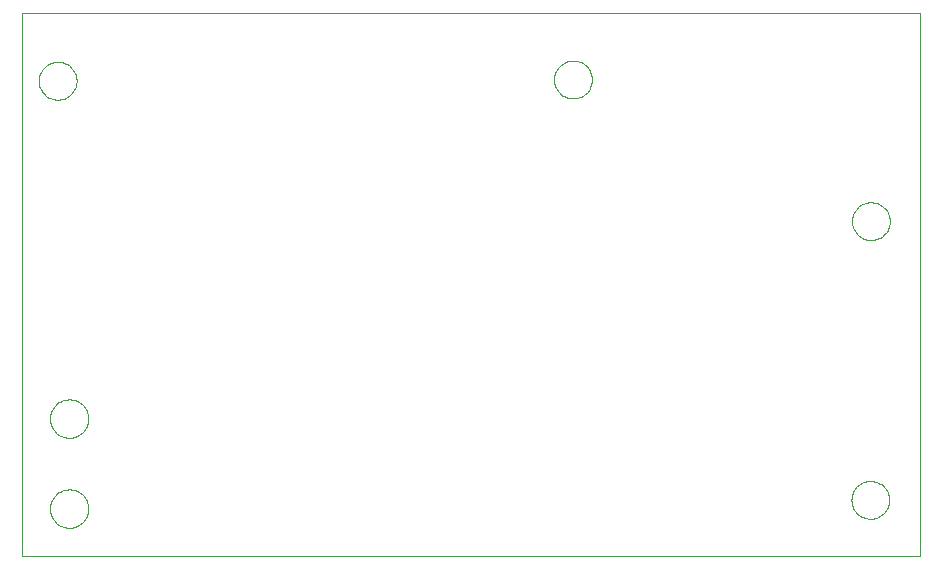
<source format=gbr>
G75*
G70*
%OFA0B0*%
%FSLAX24Y24*%
%IPPOS*%
%LPD*%
%AMOC8*
5,1,8,0,0,1.08239X$1,22.5*
%
%ADD10C,0.0000*%
D10*
X002398Y001017D02*
X002398Y019128D01*
X032319Y019128D01*
X032319Y001017D01*
X002398Y001017D01*
X003312Y002611D02*
X003315Y002669D01*
X003323Y002727D01*
X003336Y002784D01*
X003354Y002839D01*
X003377Y002892D01*
X003405Y002944D01*
X003438Y002992D01*
X003474Y003037D01*
X003515Y003079D01*
X003560Y003117D01*
X003607Y003150D01*
X003658Y003179D01*
X003710Y003204D01*
X003765Y003223D01*
X003822Y003238D01*
X003879Y003247D01*
X003937Y003251D01*
X003996Y003250D01*
X004054Y003243D01*
X004111Y003231D01*
X004166Y003214D01*
X004220Y003192D01*
X004272Y003165D01*
X004321Y003134D01*
X004367Y003098D01*
X004410Y003058D01*
X004448Y003015D01*
X004483Y002968D01*
X004513Y002918D01*
X004539Y002866D01*
X004560Y002812D01*
X004575Y002755D01*
X004586Y002698D01*
X004591Y002640D01*
X004591Y002582D01*
X004586Y002524D01*
X004575Y002467D01*
X004560Y002410D01*
X004539Y002356D01*
X004513Y002304D01*
X004483Y002254D01*
X004448Y002207D01*
X004410Y002164D01*
X004367Y002124D01*
X004321Y002088D01*
X004272Y002057D01*
X004220Y002030D01*
X004166Y002008D01*
X004111Y001991D01*
X004054Y001979D01*
X003996Y001972D01*
X003937Y001971D01*
X003879Y001975D01*
X003822Y001984D01*
X003765Y001999D01*
X003710Y002018D01*
X003658Y002043D01*
X003607Y002072D01*
X003560Y002105D01*
X003515Y002143D01*
X003474Y002185D01*
X003438Y002230D01*
X003405Y002278D01*
X003377Y002330D01*
X003354Y002383D01*
X003336Y002438D01*
X003323Y002495D01*
X003315Y002553D01*
X003312Y002611D01*
X003312Y005611D02*
X003315Y005669D01*
X003323Y005727D01*
X003336Y005784D01*
X003354Y005839D01*
X003377Y005892D01*
X003405Y005944D01*
X003438Y005992D01*
X003474Y006037D01*
X003515Y006079D01*
X003560Y006117D01*
X003607Y006150D01*
X003658Y006179D01*
X003710Y006204D01*
X003765Y006223D01*
X003822Y006238D01*
X003879Y006247D01*
X003937Y006251D01*
X003996Y006250D01*
X004054Y006243D01*
X004111Y006231D01*
X004166Y006214D01*
X004220Y006192D01*
X004272Y006165D01*
X004321Y006134D01*
X004367Y006098D01*
X004410Y006058D01*
X004448Y006015D01*
X004483Y005968D01*
X004513Y005918D01*
X004539Y005866D01*
X004560Y005812D01*
X004575Y005755D01*
X004586Y005698D01*
X004591Y005640D01*
X004591Y005582D01*
X004586Y005524D01*
X004575Y005467D01*
X004560Y005410D01*
X004539Y005356D01*
X004513Y005304D01*
X004483Y005254D01*
X004448Y005207D01*
X004410Y005164D01*
X004367Y005124D01*
X004321Y005088D01*
X004272Y005057D01*
X004220Y005030D01*
X004166Y005008D01*
X004111Y004991D01*
X004054Y004979D01*
X003996Y004972D01*
X003937Y004971D01*
X003879Y004975D01*
X003822Y004984D01*
X003765Y004999D01*
X003710Y005018D01*
X003658Y005043D01*
X003607Y005072D01*
X003560Y005105D01*
X003515Y005143D01*
X003474Y005185D01*
X003438Y005230D01*
X003405Y005278D01*
X003377Y005330D01*
X003354Y005383D01*
X003336Y005438D01*
X003323Y005495D01*
X003315Y005553D01*
X003312Y005611D01*
X002942Y016871D02*
X002945Y016928D01*
X002952Y016985D01*
X002965Y017041D01*
X002983Y017095D01*
X003006Y017148D01*
X003034Y017198D01*
X003066Y017246D01*
X003102Y017290D01*
X003142Y017331D01*
X003186Y017369D01*
X003232Y017402D01*
X003282Y017430D01*
X003334Y017454D01*
X003388Y017474D01*
X003444Y017488D01*
X003500Y017497D01*
X003558Y017501D01*
X003615Y017500D01*
X003672Y017493D01*
X003728Y017481D01*
X003783Y017465D01*
X003836Y017443D01*
X003887Y017417D01*
X003935Y017386D01*
X003981Y017351D01*
X004023Y017311D01*
X004061Y017269D01*
X004095Y017222D01*
X004125Y017173D01*
X004150Y017122D01*
X004170Y017068D01*
X004186Y017013D01*
X004196Y016957D01*
X004201Y016900D01*
X004201Y016842D01*
X004196Y016785D01*
X004186Y016729D01*
X004170Y016674D01*
X004150Y016620D01*
X004125Y016569D01*
X004095Y016520D01*
X004061Y016473D01*
X004023Y016431D01*
X003981Y016391D01*
X003935Y016356D01*
X003887Y016325D01*
X003836Y016299D01*
X003783Y016277D01*
X003728Y016261D01*
X003672Y016249D01*
X003615Y016242D01*
X003558Y016241D01*
X003500Y016245D01*
X003444Y016254D01*
X003388Y016268D01*
X003334Y016288D01*
X003282Y016312D01*
X003232Y016340D01*
X003186Y016373D01*
X003142Y016411D01*
X003102Y016452D01*
X003066Y016496D01*
X003034Y016544D01*
X003006Y016594D01*
X002983Y016647D01*
X002965Y016701D01*
X002952Y016757D01*
X002945Y016814D01*
X002942Y016871D01*
X020122Y016911D02*
X020125Y016968D01*
X020132Y017025D01*
X020145Y017081D01*
X020163Y017135D01*
X020186Y017188D01*
X020214Y017238D01*
X020246Y017286D01*
X020282Y017330D01*
X020322Y017371D01*
X020366Y017409D01*
X020412Y017442D01*
X020462Y017470D01*
X020514Y017494D01*
X020568Y017514D01*
X020624Y017528D01*
X020680Y017537D01*
X020738Y017541D01*
X020795Y017540D01*
X020852Y017533D01*
X020908Y017521D01*
X020963Y017505D01*
X021016Y017483D01*
X021067Y017457D01*
X021115Y017426D01*
X021161Y017391D01*
X021203Y017351D01*
X021241Y017309D01*
X021275Y017262D01*
X021305Y017213D01*
X021330Y017162D01*
X021350Y017108D01*
X021366Y017053D01*
X021376Y016997D01*
X021381Y016940D01*
X021381Y016882D01*
X021376Y016825D01*
X021366Y016769D01*
X021350Y016714D01*
X021330Y016660D01*
X021305Y016609D01*
X021275Y016560D01*
X021241Y016513D01*
X021203Y016471D01*
X021161Y016431D01*
X021115Y016396D01*
X021067Y016365D01*
X021016Y016339D01*
X020963Y016317D01*
X020908Y016301D01*
X020852Y016289D01*
X020795Y016282D01*
X020738Y016281D01*
X020680Y016285D01*
X020624Y016294D01*
X020568Y016308D01*
X020514Y016328D01*
X020462Y016352D01*
X020412Y016380D01*
X020366Y016413D01*
X020322Y016451D01*
X020282Y016492D01*
X020246Y016536D01*
X020214Y016584D01*
X020186Y016634D01*
X020163Y016687D01*
X020145Y016741D01*
X020132Y016797D01*
X020125Y016854D01*
X020122Y016911D01*
X030052Y012191D02*
X030055Y012248D01*
X030062Y012305D01*
X030075Y012361D01*
X030093Y012415D01*
X030116Y012468D01*
X030144Y012518D01*
X030176Y012566D01*
X030212Y012610D01*
X030252Y012651D01*
X030296Y012689D01*
X030342Y012722D01*
X030392Y012750D01*
X030444Y012774D01*
X030498Y012794D01*
X030554Y012808D01*
X030610Y012817D01*
X030668Y012821D01*
X030725Y012820D01*
X030782Y012813D01*
X030838Y012801D01*
X030893Y012785D01*
X030946Y012763D01*
X030997Y012737D01*
X031045Y012706D01*
X031091Y012671D01*
X031133Y012631D01*
X031171Y012589D01*
X031205Y012542D01*
X031235Y012493D01*
X031260Y012442D01*
X031280Y012388D01*
X031296Y012333D01*
X031306Y012277D01*
X031311Y012220D01*
X031311Y012162D01*
X031306Y012105D01*
X031296Y012049D01*
X031280Y011994D01*
X031260Y011940D01*
X031235Y011889D01*
X031205Y011840D01*
X031171Y011793D01*
X031133Y011751D01*
X031091Y011711D01*
X031045Y011676D01*
X030997Y011645D01*
X030946Y011619D01*
X030893Y011597D01*
X030838Y011581D01*
X030782Y011569D01*
X030725Y011562D01*
X030668Y011561D01*
X030610Y011565D01*
X030554Y011574D01*
X030498Y011588D01*
X030444Y011608D01*
X030392Y011632D01*
X030342Y011660D01*
X030296Y011693D01*
X030252Y011731D01*
X030212Y011772D01*
X030176Y011816D01*
X030144Y011864D01*
X030116Y011914D01*
X030093Y011967D01*
X030075Y012021D01*
X030062Y012077D01*
X030055Y012134D01*
X030052Y012191D01*
X030032Y002901D02*
X030035Y002958D01*
X030042Y003015D01*
X030055Y003071D01*
X030073Y003125D01*
X030096Y003178D01*
X030124Y003228D01*
X030156Y003276D01*
X030192Y003320D01*
X030232Y003361D01*
X030276Y003399D01*
X030322Y003432D01*
X030372Y003460D01*
X030424Y003484D01*
X030478Y003504D01*
X030534Y003518D01*
X030590Y003527D01*
X030648Y003531D01*
X030705Y003530D01*
X030762Y003523D01*
X030818Y003511D01*
X030873Y003495D01*
X030926Y003473D01*
X030977Y003447D01*
X031025Y003416D01*
X031071Y003381D01*
X031113Y003341D01*
X031151Y003299D01*
X031185Y003252D01*
X031215Y003203D01*
X031240Y003152D01*
X031260Y003098D01*
X031276Y003043D01*
X031286Y002987D01*
X031291Y002930D01*
X031291Y002872D01*
X031286Y002815D01*
X031276Y002759D01*
X031260Y002704D01*
X031240Y002650D01*
X031215Y002599D01*
X031185Y002550D01*
X031151Y002503D01*
X031113Y002461D01*
X031071Y002421D01*
X031025Y002386D01*
X030977Y002355D01*
X030926Y002329D01*
X030873Y002307D01*
X030818Y002291D01*
X030762Y002279D01*
X030705Y002272D01*
X030648Y002271D01*
X030590Y002275D01*
X030534Y002284D01*
X030478Y002298D01*
X030424Y002318D01*
X030372Y002342D01*
X030322Y002370D01*
X030276Y002403D01*
X030232Y002441D01*
X030192Y002482D01*
X030156Y002526D01*
X030124Y002574D01*
X030096Y002624D01*
X030073Y002677D01*
X030055Y002731D01*
X030042Y002787D01*
X030035Y002844D01*
X030032Y002901D01*
M02*

</source>
